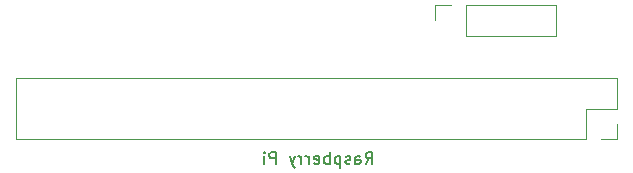
<source format=gbr>
%TF.GenerationSoftware,KiCad,Pcbnew,8.0.8*%
%TF.CreationDate,2025-03-27T14:30:52-04:00*%
%TF.ProjectId,GRIT_main_pcb,47524954-5f6d-4616-996e-5f7063622e6b,rev?*%
%TF.SameCoordinates,Original*%
%TF.FileFunction,Legend,Bot*%
%TF.FilePolarity,Positive*%
%FSLAX46Y46*%
G04 Gerber Fmt 4.6, Leading zero omitted, Abs format (unit mm)*
G04 Created by KiCad (PCBNEW 8.0.8) date 2025-03-27 14:30:52*
%MOMM*%
%LPD*%
G01*
G04 APERTURE LIST*
%ADD10C,0.150000*%
%ADD11C,0.120000*%
G04 APERTURE END LIST*
D10*
X54800000Y-72704819D02*
X55133333Y-72228628D01*
X55371428Y-72704819D02*
X55371428Y-71704819D01*
X55371428Y-71704819D02*
X54990476Y-71704819D01*
X54990476Y-71704819D02*
X54895238Y-71752438D01*
X54895238Y-71752438D02*
X54847619Y-71800057D01*
X54847619Y-71800057D02*
X54800000Y-71895295D01*
X54800000Y-71895295D02*
X54800000Y-72038152D01*
X54800000Y-72038152D02*
X54847619Y-72133390D01*
X54847619Y-72133390D02*
X54895238Y-72181009D01*
X54895238Y-72181009D02*
X54990476Y-72228628D01*
X54990476Y-72228628D02*
X55371428Y-72228628D01*
X53942857Y-72704819D02*
X53942857Y-72181009D01*
X53942857Y-72181009D02*
X53990476Y-72085771D01*
X53990476Y-72085771D02*
X54085714Y-72038152D01*
X54085714Y-72038152D02*
X54276190Y-72038152D01*
X54276190Y-72038152D02*
X54371428Y-72085771D01*
X53942857Y-72657200D02*
X54038095Y-72704819D01*
X54038095Y-72704819D02*
X54276190Y-72704819D01*
X54276190Y-72704819D02*
X54371428Y-72657200D01*
X54371428Y-72657200D02*
X54419047Y-72561961D01*
X54419047Y-72561961D02*
X54419047Y-72466723D01*
X54419047Y-72466723D02*
X54371428Y-72371485D01*
X54371428Y-72371485D02*
X54276190Y-72323866D01*
X54276190Y-72323866D02*
X54038095Y-72323866D01*
X54038095Y-72323866D02*
X53942857Y-72276247D01*
X53514285Y-72657200D02*
X53419047Y-72704819D01*
X53419047Y-72704819D02*
X53228571Y-72704819D01*
X53228571Y-72704819D02*
X53133333Y-72657200D01*
X53133333Y-72657200D02*
X53085714Y-72561961D01*
X53085714Y-72561961D02*
X53085714Y-72514342D01*
X53085714Y-72514342D02*
X53133333Y-72419104D01*
X53133333Y-72419104D02*
X53228571Y-72371485D01*
X53228571Y-72371485D02*
X53371428Y-72371485D01*
X53371428Y-72371485D02*
X53466666Y-72323866D01*
X53466666Y-72323866D02*
X53514285Y-72228628D01*
X53514285Y-72228628D02*
X53514285Y-72181009D01*
X53514285Y-72181009D02*
X53466666Y-72085771D01*
X53466666Y-72085771D02*
X53371428Y-72038152D01*
X53371428Y-72038152D02*
X53228571Y-72038152D01*
X53228571Y-72038152D02*
X53133333Y-72085771D01*
X52657142Y-72038152D02*
X52657142Y-73038152D01*
X52657142Y-72085771D02*
X52561904Y-72038152D01*
X52561904Y-72038152D02*
X52371428Y-72038152D01*
X52371428Y-72038152D02*
X52276190Y-72085771D01*
X52276190Y-72085771D02*
X52228571Y-72133390D01*
X52228571Y-72133390D02*
X52180952Y-72228628D01*
X52180952Y-72228628D02*
X52180952Y-72514342D01*
X52180952Y-72514342D02*
X52228571Y-72609580D01*
X52228571Y-72609580D02*
X52276190Y-72657200D01*
X52276190Y-72657200D02*
X52371428Y-72704819D01*
X52371428Y-72704819D02*
X52561904Y-72704819D01*
X52561904Y-72704819D02*
X52657142Y-72657200D01*
X51752380Y-72704819D02*
X51752380Y-71704819D01*
X51752380Y-72085771D02*
X51657142Y-72038152D01*
X51657142Y-72038152D02*
X51466666Y-72038152D01*
X51466666Y-72038152D02*
X51371428Y-72085771D01*
X51371428Y-72085771D02*
X51323809Y-72133390D01*
X51323809Y-72133390D02*
X51276190Y-72228628D01*
X51276190Y-72228628D02*
X51276190Y-72514342D01*
X51276190Y-72514342D02*
X51323809Y-72609580D01*
X51323809Y-72609580D02*
X51371428Y-72657200D01*
X51371428Y-72657200D02*
X51466666Y-72704819D01*
X51466666Y-72704819D02*
X51657142Y-72704819D01*
X51657142Y-72704819D02*
X51752380Y-72657200D01*
X50466666Y-72657200D02*
X50561904Y-72704819D01*
X50561904Y-72704819D02*
X50752380Y-72704819D01*
X50752380Y-72704819D02*
X50847618Y-72657200D01*
X50847618Y-72657200D02*
X50895237Y-72561961D01*
X50895237Y-72561961D02*
X50895237Y-72181009D01*
X50895237Y-72181009D02*
X50847618Y-72085771D01*
X50847618Y-72085771D02*
X50752380Y-72038152D01*
X50752380Y-72038152D02*
X50561904Y-72038152D01*
X50561904Y-72038152D02*
X50466666Y-72085771D01*
X50466666Y-72085771D02*
X50419047Y-72181009D01*
X50419047Y-72181009D02*
X50419047Y-72276247D01*
X50419047Y-72276247D02*
X50895237Y-72371485D01*
X49990475Y-72704819D02*
X49990475Y-72038152D01*
X49990475Y-72228628D02*
X49942856Y-72133390D01*
X49942856Y-72133390D02*
X49895237Y-72085771D01*
X49895237Y-72085771D02*
X49799999Y-72038152D01*
X49799999Y-72038152D02*
X49704761Y-72038152D01*
X49371427Y-72704819D02*
X49371427Y-72038152D01*
X49371427Y-72228628D02*
X49323808Y-72133390D01*
X49323808Y-72133390D02*
X49276189Y-72085771D01*
X49276189Y-72085771D02*
X49180951Y-72038152D01*
X49180951Y-72038152D02*
X49085713Y-72038152D01*
X48847617Y-72038152D02*
X48609522Y-72704819D01*
X48371427Y-72038152D02*
X48609522Y-72704819D01*
X48609522Y-72704819D02*
X48704760Y-72942914D01*
X48704760Y-72942914D02*
X48752379Y-72990533D01*
X48752379Y-72990533D02*
X48847617Y-73038152D01*
X47228569Y-72704819D02*
X47228569Y-71704819D01*
X47228569Y-71704819D02*
X46847617Y-71704819D01*
X46847617Y-71704819D02*
X46752379Y-71752438D01*
X46752379Y-71752438D02*
X46704760Y-71800057D01*
X46704760Y-71800057D02*
X46657141Y-71895295D01*
X46657141Y-71895295D02*
X46657141Y-72038152D01*
X46657141Y-72038152D02*
X46704760Y-72133390D01*
X46704760Y-72133390D02*
X46752379Y-72181009D01*
X46752379Y-72181009D02*
X46847617Y-72228628D01*
X46847617Y-72228628D02*
X47228569Y-72228628D01*
X46228569Y-72704819D02*
X46228569Y-72038152D01*
X46228569Y-71704819D02*
X46276188Y-71752438D01*
X46276188Y-71752438D02*
X46228569Y-71800057D01*
X46228569Y-71800057D02*
X46180950Y-71752438D01*
X46180950Y-71752438D02*
X46228569Y-71704819D01*
X46228569Y-71704819D02*
X46228569Y-71800057D01*
D11*
%TO.C,Raspberry Pi*%
X25190000Y-65420000D02*
X76110000Y-65420000D01*
X76110000Y-65420000D02*
X76110000Y-68020000D01*
X76110000Y-69290000D02*
X76110000Y-70620000D01*
X76110000Y-70620000D02*
X74780000Y-70620000D01*
X76110000Y-68020000D02*
X73510000Y-68020000D01*
X73510000Y-68020000D02*
X73510000Y-70620000D01*
X25190000Y-70620000D02*
X73510000Y-70620000D01*
X25190000Y-65420000D02*
X25190000Y-70620000D01*
%TO.C,GPS*%
X60680000Y-60540000D02*
X60680000Y-59210000D01*
X60680000Y-59210000D02*
X62010000Y-59210000D01*
X70960000Y-59210000D02*
X63280000Y-59210000D01*
X63280000Y-61870000D02*
X63280000Y-59210000D01*
X70960000Y-61870000D02*
X70960000Y-59210000D01*
X70960000Y-61870000D02*
X63280000Y-61870000D01*
%TD*%
M02*

</source>
